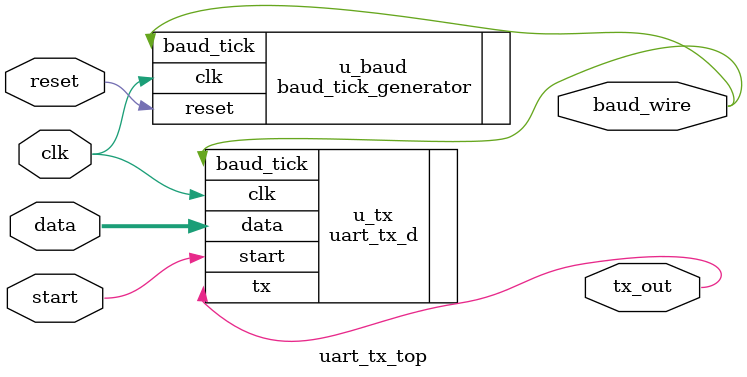
<source format=v>
`include "baud_gen.v"
`include "uart_tx.v"

module uart_tx_top (
    input        clk,      // system clock
    input        reset,    // active-low reset
    input        start,    // start transmission
    input  [7:0] data,     // byte to send
    output       tx_out,    // serial TX line
    output 	baud_wire
);

    /*------------------------------------------------------------
     *  Baud-rate generator
     *----------------------------------------------------------*/
    //wire baud_wire;

    baud_tick_generator u_baud (
        .clk      	(clk),
        .reset    	(reset),
        .baud_tick 	(baud_wire)
    );

    /*------------------------------------------------------------
     *  UART transmitter
     *----------------------------------------------------------*/
    uart_tx_d u_tx (
        .clk   		(clk),
        .data  		(data),
        .baud_tick	(baud_wire),   // strobe at baud rate
        .start 		(start),
        .tx  		(tx_out)
    );

endmodule



</source>
